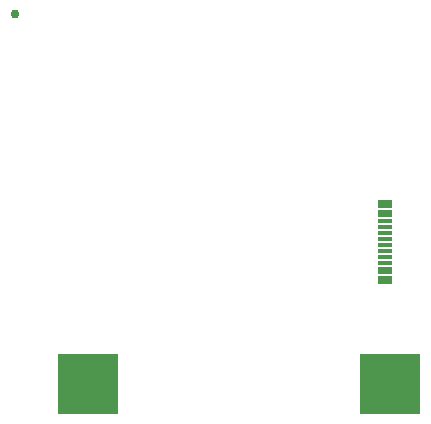
<source format=gbp>
G04 #@! TF.GenerationSoftware,KiCad,Pcbnew,9.0.4*
G04 #@! TF.CreationDate,2025-11-06T01:47:32+02:00*
G04 #@! TF.ProjectId,iot-risk-logger-stm32l4,696f742d-7269-4736-9b2d-6c6f67676572,1.0.0*
G04 #@! TF.SameCoordinates,Original*
G04 #@! TF.FileFunction,Paste,Bot*
G04 #@! TF.FilePolarity,Positive*
%FSLAX46Y46*%
G04 Gerber Fmt 4.6, Leading zero omitted, Abs format (unit mm)*
G04 Created by KiCad (PCBNEW 9.0.4) date 2025-11-06 01:47:32*
%MOMM*%
%LPD*%
G01*
G04 APERTURE LIST*
%ADD10R,5.100000X5.100000*%
%ADD11C,0.762000*%
%ADD12R,1.150000X0.300000*%
G04 APERTURE END LIST*
D10*
G04 #@! TO.C,BT1*
X78800000Y-55500000D03*
X53200000Y-55500000D03*
G04 #@! TD*
D11*
G04 #@! TO.C,AE1*
X47000000Y-24206000D03*
G04 #@! TD*
D12*
G04 #@! TO.C,J1*
X78330000Y-40150000D03*
X78330000Y-40950000D03*
X78330000Y-42250000D03*
X78330000Y-43250000D03*
X78330000Y-43750000D03*
X78330000Y-44750000D03*
X78330000Y-46050000D03*
X78330000Y-46850000D03*
X78330000Y-46550000D03*
X78330000Y-45750000D03*
X78330000Y-45250000D03*
X78330000Y-44250000D03*
X78330000Y-42750000D03*
X78330000Y-41750000D03*
X78330000Y-41250000D03*
X78330000Y-40450000D03*
G04 #@! TD*
M02*

</source>
